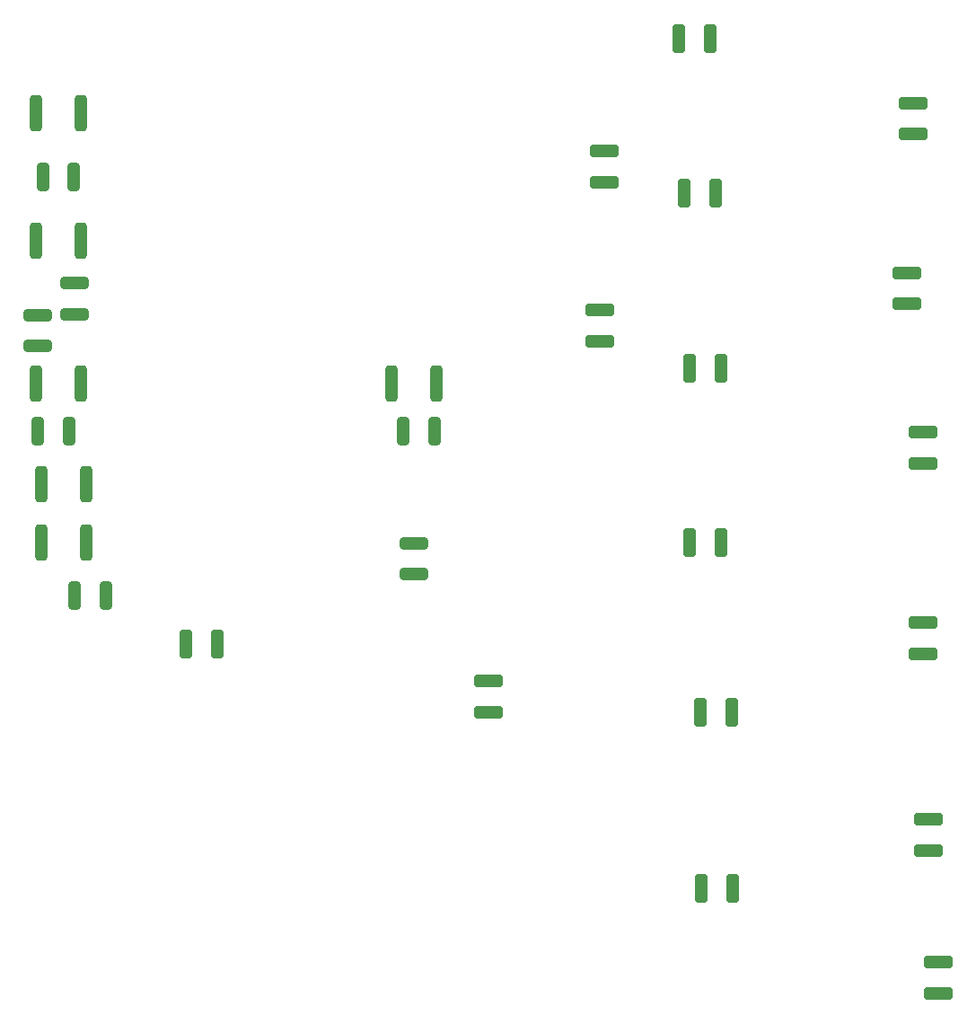
<source format=gbr>
%TF.GenerationSoftware,KiCad,Pcbnew,(6.0.7)*%
%TF.CreationDate,2023-04-21T16:09:57-05:00*%
%TF.ProjectId,RevisedControlBoard,52657669-7365-4644-936f-6e74726f6c42,rev?*%
%TF.SameCoordinates,Original*%
%TF.FileFunction,Paste,Top*%
%TF.FilePolarity,Positive*%
%FSLAX46Y46*%
G04 Gerber Fmt 4.6, Leading zero omitted, Abs format (unit mm)*
G04 Created by KiCad (PCBNEW (6.0.7)) date 2023-04-21 16:09:57*
%MOMM*%
%LPD*%
G01*
G04 APERTURE LIST*
G04 Aperture macros list*
%AMRoundRect*
0 Rectangle with rounded corners*
0 $1 Rounding radius*
0 $2 $3 $4 $5 $6 $7 $8 $9 X,Y pos of 4 corners*
0 Add a 4 corners polygon primitive as box body*
4,1,4,$2,$3,$4,$5,$6,$7,$8,$9,$2,$3,0*
0 Add four circle primitives for the rounded corners*
1,1,$1+$1,$2,$3*
1,1,$1+$1,$4,$5*
1,1,$1+$1,$6,$7*
1,1,$1+$1,$8,$9*
0 Add four rect primitives between the rounded corners*
20,1,$1+$1,$2,$3,$4,$5,0*
20,1,$1+$1,$4,$5,$6,$7,0*
20,1,$1+$1,$6,$7,$8,$9,0*
20,1,$1+$1,$8,$9,$2,$3,0*%
G04 Aperture macros list end*
%ADD10RoundRect,0.250000X1.100000X-0.325000X1.100000X0.325000X-1.100000X0.325000X-1.100000X-0.325000X0*%
%ADD11RoundRect,0.250000X-0.325000X-1.100000X0.325000X-1.100000X0.325000X1.100000X-0.325000X1.100000X0*%
%ADD12RoundRect,0.250000X-0.312500X-1.075000X0.312500X-1.075000X0.312500X1.075000X-0.312500X1.075000X0*%
%ADD13RoundRect,0.250000X-0.312500X-1.450000X0.312500X-1.450000X0.312500X1.450000X-0.312500X1.450000X0*%
%ADD14RoundRect,0.250000X-1.075000X0.312500X-1.075000X-0.312500X1.075000X-0.312500X1.075000X0.312500X0*%
%ADD15RoundRect,0.250000X-1.100000X0.325000X-1.100000X-0.325000X1.100000X-0.325000X1.100000X0.325000X0*%
%ADD16RoundRect,0.250000X1.075000X-0.312500X1.075000X0.312500X-1.075000X0.312500X-1.075000X-0.312500X0*%
%ADD17RoundRect,0.250000X0.312500X1.450000X-0.312500X1.450000X-0.312500X-1.450000X0.312500X-1.450000X0*%
%ADD18RoundRect,0.250000X0.312500X1.075000X-0.312500X1.075000X-0.312500X-1.075000X0.312500X-1.075000X0*%
%ADD19RoundRect,0.250000X0.325000X1.100000X-0.325000X1.100000X-0.325000X-1.100000X0.325000X-1.100000X0*%
G04 APERTURE END LIST*
D10*
%TO.C,C12*%
X195000000Y-131475000D03*
X195000000Y-128525000D03*
%TD*%
%TO.C,C2*%
X194000000Y-117975000D03*
X194000000Y-115025000D03*
%TD*%
D11*
%TO.C,C10*%
X172525000Y-105000000D03*
X175475000Y-105000000D03*
%TD*%
D12*
%TO.C,R1*%
X110037500Y-78500000D03*
X112962500Y-78500000D03*
%TD*%
D13*
%TO.C,CCW*%
X110362500Y-89000000D03*
X114637500Y-89000000D03*
%TD*%
D11*
%TO.C,C13*%
X171025000Y-56000000D03*
X173975000Y-56000000D03*
%TD*%
D12*
%TO.C,R2*%
X113537500Y-94000000D03*
X116462500Y-94000000D03*
%TD*%
D14*
%TO.C,R7*%
X145500000Y-89037500D03*
X145500000Y-91962500D03*
%TD*%
D15*
%TO.C,C4*%
X163000000Y-67025000D03*
X163000000Y-69975000D03*
%TD*%
D14*
%TO.C,R4*%
X113500000Y-64537500D03*
X113500000Y-67462500D03*
%TD*%
D10*
%TO.C,C5*%
X193500000Y-81475000D03*
X193500000Y-78525000D03*
%TD*%
%TO.C,C1*%
X163500000Y-54975000D03*
X163500000Y-52025000D03*
%TD*%
D13*
%TO.C,Track 1*%
X109862500Y-48500000D03*
X114137500Y-48500000D03*
%TD*%
D11*
%TO.C,C9*%
X170525000Y-41500000D03*
X173475000Y-41500000D03*
%TD*%
D16*
%TO.C,R5*%
X110000000Y-70462500D03*
X110000000Y-67537500D03*
%TD*%
D13*
%TO.C,T3*%
X109862500Y-74000000D03*
X114137500Y-74000000D03*
%TD*%
D11*
%TO.C,C14*%
X171525000Y-89000000D03*
X174475000Y-89000000D03*
%TD*%
%TO.C,C8*%
X172625000Y-121550000D03*
X175575000Y-121550000D03*
%TD*%
D13*
%TO.C,CW*%
X110362500Y-83500000D03*
X114637500Y-83500000D03*
%TD*%
%TO.C,Track 2*%
X109862500Y-60500000D03*
X114137500Y-60500000D03*
%TD*%
D10*
%TO.C,C6*%
X193500000Y-99475000D03*
X193500000Y-96525000D03*
%TD*%
%TO.C,C15*%
X152500000Y-104975000D03*
X152500000Y-102025000D03*
%TD*%
%TO.C,C11*%
X192000000Y-66475000D03*
X192000000Y-63525000D03*
%TD*%
D17*
%TO.C,T4*%
X147637500Y-74000000D03*
X143362500Y-74000000D03*
%TD*%
D12*
%TO.C,R3*%
X110537500Y-54500000D03*
X113462500Y-54500000D03*
%TD*%
D10*
%TO.C,C7*%
X192630000Y-50475000D03*
X192630000Y-47525000D03*
%TD*%
D11*
%TO.C,C3*%
X171525000Y-72500000D03*
X174475000Y-72500000D03*
%TD*%
D18*
%TO.C,R6*%
X147462500Y-78500000D03*
X144537500Y-78500000D03*
%TD*%
D19*
%TO.C,C16*%
X126975000Y-98500000D03*
X124025000Y-98500000D03*
%TD*%
M02*

</source>
